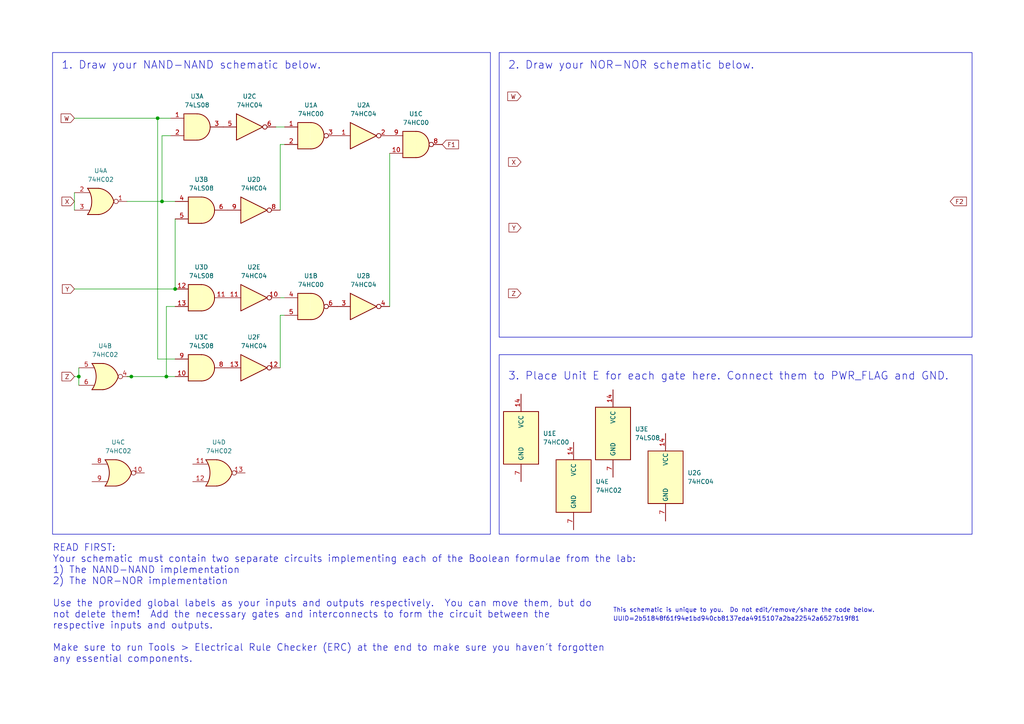
<source format=kicad_sch>
(kicad_sch (version 20250114) (generator "eeschema") (generator_version "9.0")
  (paper "A4")
  (title_block (title "ECE 270 Boolean Algebra Lab Schematic") (date "2024-01-20") (rev "Version 1"))
  (lib_symbols
    (symbol "74xx:74HC00" (pin_names (offset 1.016))
      (property "Reference" "U" (at 0 1.27 0))
      (property "Value" "74HC00" (at 0 -1.27 0))
      (symbol "74HC00_1_1"
        (arc (start 0 3.81) (mid 3.7934 0) (end 0 -3.81) (stroke (width 0.254)) (fill (type background)))
        (polyline (pts (xy 0 3.81) (xy -3.81 3.81) (xy -3.81 -3.81) (xy 0 -3.81)) (stroke (width 0.254)) (fill (type background)))
        (pin input line (at -7.62 2.54 0) (length 3.81) (name "~") (number "1"))
        (pin input line (at -7.62 -2.54 0) (length 3.81) (name "~") (number "2"))
        (pin output inverted (at 7.62 0 180) (length 3.81) (name "~") (number "3"))
      )
      (symbol "74HC00_1_2"
        (arc (start -3.81 3.81) (mid -2.589 0) (end -3.81 -3.81) (stroke (width 0.254)))
        (polyline (pts (xy -3.81 3.81) (xy -0.635 3.81)) (stroke (width 0.254)) (fill (type background)))
        (polyline (pts (xy -3.81 -3.81) (xy -0.635 -3.81)) (stroke (width 0.254)) (fill (type background)))
        (arc (start 3.81 0) (mid 2.1855 -2.584) (end -0.6096 -3.81) (stroke (width 0.254)) (fill (type background)))
        (arc (start -0.6096 3.81) (mid 2.1928 2.5924) (end 3.81 0) (stroke (width 0.254)) (fill (type background)))
        (polyline (pts (xy -0.635 3.81) (xy -3.81 3.81) (xy -3.81 3.81) (xy -3.556 3.4036) (xy -3.0226 2.2606) (xy -2.6924 1.0414) (xy -2.6162 -0.254) (xy -2.7686 -1.4986) (xy -3.175 -2.7178) (xy -3.81 -3.81) (xy -3.81 -3.81) (xy -0.635 -3.81)) (stroke (width -25.4)) (fill (type background)))
        (pin input inverted (at -7.62 2.54 0) (length 4.318) (name "~") (number "1"))
        (pin input inverted (at -7.62 -2.54 0) (length 4.318) (name "~") (number "2"))
        (pin output line (at 7.62 0 180) (length 3.81) (name "~") (number "3"))
      )
      (symbol "74HC00_2_1"
        (arc (start 0 3.81) (mid 3.7934 0) (end 0 -3.81) (stroke (width 0.254)) (fill (type background)))
        (polyline (pts (xy 0 3.81) (xy -3.81 3.81) (xy -3.81 -3.81) (xy 0 -3.81)) (stroke (width 0.254)) (fill (type background)))
        (pin input line (at -7.62 2.54 0) (length 3.81) (name "~") (number "4"))
        (pin input line (at -7.62 -2.54 0) (length 3.81) (name "~") (number "5"))
        (pin output inverted (at 7.62 0 180) (length 3.81) (name "~") (number "6"))
      )
      (symbol "74HC00_2_2"
        (arc (start -3.81 3.81) (mid -2.589 0) (end -3.81 -3.81) (stroke (width 0.254)))
        (polyline (pts (xy -3.81 3.81) (xy -0.635 3.81)) (stroke (width 0.254)) (fill (type background)))
        (polyline (pts (xy -3.81 -3.81) (xy -0.635 -3.81)) (stroke (width 0.254)) (fill (type background)))
        (arc (start 3.81 0) (mid 2.1855 -2.584) (end -0.6096 -3.81) (stroke (width 0.254)) (fill (type background)))
        (arc (start -0.6096 3.81) (mid 2.1928 2.5924) (end 3.81 0) (stroke (width 0.254)) (fill (type background)))
        (polyline (pts (xy -0.635 3.81) (xy -3.81 3.81) (xy -3.81 3.81) (xy -3.556 3.4036) (xy -3.0226 2.2606) (xy -2.6924 1.0414) (xy -2.6162 -0.254) (xy -2.7686 -1.4986) (xy -3.175 -2.7178) (xy -3.81 -3.81) (xy -3.81 -3.81) (xy -0.635 -3.81)) (stroke (width -25.4)) (fill (type background)))
        (pin input inverted (at -7.62 2.54 0) (length 4.318) (name "~") (number "4"))
        (pin input inverted (at -7.62 -2.54 0) (length 4.318) (name "~") (number "5"))
        (pin output line (at 7.62 0 180) (length 3.81) (name "~") (number "6"))
      )
      (symbol "74HC00_3_1"
        (arc (start 0 3.81) (mid 3.7934 0) (end 0 -3.81) (stroke (width 0.254)) (fill (type background)))
        (polyline (pts (xy 0 3.81) (xy -3.81 3.81) (xy -3.81 -3.81) (xy 0 -3.81)) (stroke (width 0.254)) (fill (type background)))
        (pin input line (at -7.62 2.54 0) (length 3.81) (name "~") (number "9"))
        (pin input line (at -7.62 -2.54 0) (length 3.81) (name "~") (number "10"))
        (pin output inverted (at 7.62 0 180) (length 3.81) (name "~") (number "8"))
      )
      (symbol "74HC00_3_2"
        (arc (start -3.81 3.81) (mid -2.589 0) (end -3.81 -3.81) (stroke (width 0.254)))
        (polyline (pts (xy -3.81 3.81) (xy -0.635 3.81)) (stroke (width 0.254)) (fill (type background)))
        (polyline (pts (xy -3.81 -3.81) (xy -0.635 -3.81)) (stroke (width 0.254)) (fill (type background)))
        (arc (start 3.81 0) (mid 2.1855 -2.584) (end -0.6096 -3.81) (stroke (width 0.254)) (fill (type background)))
        (arc (start -0.6096 3.81) (mid 2.1928 2.5924) (end 3.81 0) (stroke (width 0.254)) (fill (type background)))
        (polyline (pts (xy -0.635 3.81) (xy -3.81 3.81) (xy -3.81 3.81) (xy -3.556 3.4036) (xy -3.0226 2.2606) (xy -2.6924 1.0414) (xy -2.6162 -0.254) (xy -2.7686 -1.4986) (xy -3.175 -2.7178) (xy -3.81 -3.81) (xy -3.81 -3.81) (xy -0.635 -3.81)) (stroke (width -25.4)) (fill (type background)))
        (pin input inverted (at -7.62 2.54 0) (length 4.318) (name "~") (number "9"))
        (pin input inverted (at -7.62 -2.54 0) (length 4.318) (name "~") (number "10"))
        (pin output line (at 7.62 0 180) (length 3.81) (name "~") (number "8"))
      )
      (symbol "74HC00_4_1"
        (arc (start 0 3.81) (mid 3.7934 0) (end 0 -3.81) (stroke (width 0.254)) (fill (type background)))
        (polyline (pts (xy 0 3.81) (xy -3.81 3.81) (xy -3.81 -3.81) (xy 0 -3.81)) (stroke (width 0.254)) (fill (type background)))
        (pin input line (at -7.62 2.54 0) (length 3.81) (name "~") (number "12"))
        (pin input line (at -7.62 -2.54 0) (length 3.81) (name "~") (number "13"))
        (pin output inverted (at 7.62 0 180) (length 3.81) (name "~") (number "11"))
      )
      (symbol "74HC00_4_2"
        (arc (start -3.81 3.81) (mid -2.589 0) (end -3.81 -3.81) (stroke (width 0.254)))
        (polyline (pts (xy -3.81 3.81) (xy -0.635 3.81)) (stroke (width 0.254)) (fill (type background)))
        (polyline (pts (xy -3.81 -3.81) (xy -0.635 -3.81)) (stroke (width 0.254)) (fill (type background)))
        (arc (start 3.81 0) (mid 2.1855 -2.584) (end -0.6096 -3.81) (stroke (width 0.254)) (fill (type background)))
        (arc (start -0.6096 3.81) (mid 2.1928 2.5924) (end 3.81 0) (stroke (width 0.254)) (fill (type background)))
        (polyline (pts (xy -0.635 3.81) (xy -3.81 3.81) (xy -3.81 3.81) (xy -3.556 3.4036) (xy -3.0226 2.2606) (xy -2.6924 1.0414) (xy -2.6162 -0.254) (xy -2.7686 -1.4986) (xy -3.175 -2.7178) (xy -3.81 -3.81) (xy -3.81 -3.81) (xy -0.635 -3.81)) (stroke (width -25.4)) (fill (type background)))
        (pin input inverted (at -7.62 2.54 0) (length 4.318) (name "~") (number "12"))
        (pin input inverted (at -7.62 -2.54 0) (length 4.318) (name "~") (number "13"))
        (pin output line (at 7.62 0 180) (length 3.81) (name "~") (number "11"))
      )
      (symbol "74HC00_5_0"
        (pin power_in line (at 0 12.7 270) (length 5.08) (name "VCC") (number "14"))
        (pin power_in line (at 0 -12.7 90) (length 5.08) (name "GND") (number "7"))
      )
      (symbol "74HC00_5_1"
        (rectangle (start -5.08 7.62) (end 5.08 -7.62) (stroke (width 0.254)) (fill (type background)))
      )
    )
    (symbol "74xx:74HC02" (pin_names (offset 1.016))
      (property "Reference" "U" (at 0 1.27 0))
      (property "Value" "74HC02" (at 0 -1.27 0))
      (symbol "74HC02_1_1"
        (arc (start -3.81 3.81) (mid -2.589 0) (end -3.81 -3.81) (stroke (width 0.254)))
        (polyline (pts (xy -3.81 3.81) (xy -0.635 3.81)) (stroke (width 0.254)) (fill (type background)))
        (polyline (pts (xy -3.81 -3.81) (xy -0.635 -3.81)) (stroke (width 0.254)) (fill (type background)))
        (arc (start 3.81 0) (mid 2.1855 -2.584) (end -0.6096 -3.81) (stroke (width 0.254)) (fill (type background)))
        (arc (start -0.6096 3.81) (mid 2.1928 2.5924) (end 3.81 0) (stroke (width 0.254)) (fill (type background)))
        (polyline (pts (xy -0.635 3.81) (xy -3.81 3.81) (xy -3.81 3.81) (xy -3.556 3.4036) (xy -3.0226 2.2606) (xy -2.6924 1.0414) (xy -2.6162 -0.254) (xy -2.7686 -1.4986) (xy -3.175 -2.7178) (xy -3.81 -3.81) (xy -3.81 -3.81) (xy -0.635 -3.81)) (stroke (width -25.4)) (fill (type background)))
        (pin input line (at -7.62 2.54 0) (length 4.318) (name "~") (number "2"))
        (pin input line (at -7.62 -2.54 0) (length 4.318) (name "~") (number "3"))
        (pin output inverted (at 7.62 0 180) (length 3.81) (name "~") (number "1"))
      )
      (symbol "74HC02_1_2"
        (arc (start 0 3.81) (mid 3.7934 0) (end 0 -3.81) (stroke (width 0.254)) (fill (type background)))
        (polyline (pts (xy 0 3.81) (xy -3.81 3.81) (xy -3.81 -3.81) (xy 0 -3.81)) (stroke (width 0.254)) (fill (type background)))
        (pin input inverted (at -7.62 2.54 0) (length 3.81) (name "~") (number "2"))
        (pin input inverted (at -7.62 -2.54 0) (length 3.81) (name "~") (number "3"))
        (pin output line (at 7.62 0 180) (length 3.81) (name "~") (number "1"))
      )
      (symbol "74HC02_2_1"
        (arc (start -3.81 3.81) (mid -2.589 0) (end -3.81 -3.81) (stroke (width 0.254)))
        (polyline (pts (xy -3.81 3.81) (xy -0.635 3.81)) (stroke (width 0.254)) (fill (type background)))
        (polyline (pts (xy -3.81 -3.81) (xy -0.635 -3.81)) (stroke (width 0.254)) (fill (type background)))
        (arc (start 3.81 0) (mid 2.1855 -2.584) (end -0.6096 -3.81) (stroke (width 0.254)) (fill (type background)))
        (arc (start -0.6096 3.81) (mid 2.1928 2.5924) (end 3.81 0) (stroke (width 0.254)) (fill (type background)))
        (polyline (pts (xy -0.635 3.81) (xy -3.81 3.81) (xy -3.81 3.81) (xy -3.556 3.4036) (xy -3.0226 2.2606) (xy -2.6924 1.0414) (xy -2.6162 -0.254) (xy -2.7686 -1.4986) (xy -3.175 -2.7178) (xy -3.81 -3.81) (xy -3.81 -3.81) (xy -0.635 -3.81)) (stroke (width -25.4)) (fill (type background)))
        (pin input line (at -7.62 2.54 0) (length 4.318) (name "~") (number "5"))
        (pin input line (at -7.62 -2.54 0) (length 4.318) (name "~") (number "6"))
        (pin output inverted (at 7.62 0 180) (length 3.81) (name "~") (number "4"))
      )
      (symbol "74HC02_2_2"
        (arc (start 0 3.81) (mid 3.7934 0) (end 0 -3.81) (stroke (width 0.254)) (fill (type background)))
        (polyline (pts (xy 0 3.81) (xy -3.81 3.81) (xy -3.81 -3.81) (xy 0 -3.81)) (stroke (width 0.254)) (fill (type background)))
        (pin input inverted (at -7.62 2.54 0) (length 3.81) (name "~") (number "5"))
        (pin input inverted (at -7.62 -2.54 0) (length 3.81) (name "~") (number "6"))
        (pin output line (at 7.62 0 180) (length 3.81) (name "~") (number "4"))
      )
      (symbol "74HC02_3_1"
        (arc (start -3.81 3.81) (mid -2.589 0) (end -3.81 -3.81) (stroke (width 0.254)))
        (polyline (pts (xy -3.81 3.81) (xy -0.635 3.81)) (stroke (width 0.254)) (fill (type background)))
        (polyline (pts (xy -3.81 -3.81) (xy -0.635 -3.81)) (stroke (width 0.254)) (fill (type background)))
        (arc (start 3.81 0) (mid 2.1855 -2.584) (end -0.6096 -3.81) (stroke (width 0.254)) (fill (type background)))
        (arc (start -0.6096 3.81) (mid 2.1928 2.5924) (end 3.81 0) (stroke (width 0.254)) (fill (type background)))
        (polyline (pts (xy -0.635 3.81) (xy -3.81 3.81) (xy -3.81 3.81) (xy -3.556 3.4036) (xy -3.0226 2.2606) (xy -2.6924 1.0414) (xy -2.6162 -0.254) (xy -2.7686 -1.4986) (xy -3.175 -2.7178) (xy -3.81 -3.81) (xy -3.81 -3.81) (xy -0.635 -3.81)) (stroke (width -25.4)) (fill (type background)))
        (pin input line (at -7.62 2.54 0) (length 4.318) (name "~") (number "8"))
        (pin input line (at -7.62 -2.54 0) (length 4.318) (name "~") (number "9"))
        (pin output inverted (at 7.62 0 180) (length 3.81) (name "~") (number "10"))
      )
      (symbol "74HC02_3_2"
        (arc (start 0 3.81) (mid 3.7934 0) (end 0 -3.81) (stroke (width 0.254)) (fill (type background)))
        (polyline (pts (xy 0 3.81) (xy -3.81 3.81) (xy -3.81 -3.81) (xy 0 -3.81)) (stroke (width 0.254)) (fill (type background)))
        (pin input inverted (at -7.62 2.54 0) (length 3.81) (name "~") (number "8"))
        (pin input inverted (at -7.62 -2.54 0) (length 3.81) (name "~") (number "9"))
        (pin output line (at 7.62 0 180) (length 3.81) (name "~") (number "10"))
      )
      (symbol "74HC02_4_1"
        (arc (start -3.81 3.81) (mid -2.589 0) (end -3.81 -3.81) (stroke (width 0.254)))
        (polyline (pts (xy -3.81 3.81) (xy -0.635 3.81)) (stroke (width 0.254)) (fill (type background)))
        (polyline (pts (xy -3.81 -3.81) (xy -0.635 -3.81)) (stroke (width 0.254)) (fill (type background)))
        (arc (start 3.81 0) (mid 2.1855 -2.584) (end -0.6096 -3.81) (stroke (width 0.254)) (fill (type background)))
        (arc (start -0.6096 3.81) (mid 2.1928 2.5924) (end 3.81 0) (stroke (width 0.254)) (fill (type background)))
        (polyline (pts (xy -0.635 3.81) (xy -3.81 3.81) (xy -3.81 3.81) (xy -3.556 3.4036) (xy -3.0226 2.2606) (xy -2.6924 1.0414) (xy -2.6162 -0.254) (xy -2.7686 -1.4986) (xy -3.175 -2.7178) (xy -3.81 -3.81) (xy -3.81 -3.81) (xy -0.635 -3.81)) (stroke (width -25.4)) (fill (type background)))
        (pin input line (at -7.62 2.54 0) (length 4.318) (name "~") (number "11"))
        (pin input line (at -7.62 -2.54 0) (length 4.318) (name "~") (number "12"))
        (pin output inverted (at 7.62 0 180) (length 3.81) (name "~") (number "13"))
      )
      (symbol "74HC02_4_2"
        (arc (start 0 3.81) (mid 3.7934 0) (end 0 -3.81) (stroke (width 0.254)) (fill (type background)))
        (polyline (pts (xy 0 3.81) (xy -3.81 3.81) (xy -3.81 -3.81) (xy 0 -3.81)) (stroke (width 0.254)) (fill (type background)))
        (pin input inverted (at -7.62 2.54 0) (length 3.81) (name "~") (number "11"))
        (pin input inverted (at -7.62 -2.54 0) (length 3.81) (name "~") (number "12"))
        (pin output line (at 7.62 0 180) (length 3.81) (name "~") (number "13"))
      )
      (symbol "74HC02_5_0"
        (pin power_in line (at 0 12.7 270) (length 5.08) (name "VCC") (number "14"))
        (pin power_in line (at 0 -12.7 90) (length 5.08) (name "GND") (number "7"))
      )
      (symbol "74HC02_5_1"
        (rectangle (start -5.08 7.62) (end 5.08 -7.62) (stroke (width 0.254)) (fill (type background)))
      )
    )
    (symbol "74xx:74HC04"
      (property "Reference" "U" (at 0 1.27 0))
      (property "Value" "74HC04" (at 0 -1.27 0))
      (symbol "74HC04_1_0"
        (polyline (pts (xy -3.81 3.81) (xy -3.81 -3.81) (xy 3.81 0) (xy -3.81 3.81)) (stroke (width 0.254)) (fill (type background)))
        (pin input line (at -7.62 0 0) (length 3.81) (name "~") (number "1"))
        (pin output inverted (at 7.62 0 180) (length 3.81) (name "~") (number "2"))
      )
      (symbol "74HC04_2_0"
        (polyline (pts (xy -3.81 3.81) (xy -3.81 -3.81) (xy 3.81 0) (xy -3.81 3.81)) (stroke (width 0.254)) (fill (type background)))
        (pin input line (at -7.62 0 0) (length 3.81) (name "~") (number "3"))
        (pin output inverted (at 7.62 0 180) (length 3.81) (name "~") (number "4"))
      )
      (symbol "74HC04_3_0"
        (polyline (pts (xy -3.81 3.81) (xy -3.81 -3.81) (xy 3.81 0) (xy -3.81 3.81)) (stroke (width 0.254)) (fill (type background)))
        (pin input line (at -7.62 0 0) (length 3.81) (name "~") (number "5"))
        (pin output inverted (at 7.62 0 180) (length 3.81) (name "~") (number "6"))
      )
      (symbol "74HC04_4_0"
        (polyline (pts (xy -3.81 3.81) (xy -3.81 -3.81) (xy 3.81 0) (xy -3.81 3.81)) (stroke (width 0.254)) (fill (type background)))
        (pin input line (at -7.62 0 0) (length 3.81) (name "~") (number "9"))
        (pin output inverted (at 7.62 0 180) (length 3.81) (name "~") (number "8"))
      )
      (symbol "74HC04_5_0"
        (polyline (pts (xy -3.81 3.81) (xy -3.81 -3.81) (xy 3.81 0) (xy -3.81 3.81)) (stroke (width 0.254)) (fill (type background)))
        (pin input line (at -7.62 0 0) (length 3.81) (name "~") (number "11"))
        (pin output inverted (at 7.62 0 180) (length 3.81) (name "~") (number "10"))
      )
      (symbol "74HC04_6_0"
        (polyline (pts (xy -3.81 3.81) (xy -3.81 -3.81) (xy 3.81 0) (xy -3.81 3.81)) (stroke (width 0.254)) (fill (type background)))
        (pin input line (at -7.62 0 0) (length 3.81) (name "~") (number "13"))
        (pin output inverted (at 7.62 0 180) (length 3.81) (name "~") (number "12"))
      )
      (symbol "74HC04_7_0"
        (pin power_in line (at 0 12.7 270) (length 5.08) (name "VCC") (number "14"))
        (pin power_in line (at 0 -12.7 90) (length 5.08) (name "GND") (number "7"))
      )
      (symbol "74HC04_7_1"
        (rectangle (start -5.08 7.62) (end 5.08 -7.62) (stroke (width 0.254)) (fill (type background)))
      )
    )
    (symbol "74xx:74LS08" (pin_names (offset 1.016))
      (property "Reference" "U" (at 0 1.27 0))
      (property "Value" "74LS08" (at 0 -1.27 0))
      (symbol "74LS08_1_1"
        (arc (start 0 3.81) (mid 3.7934 0) (end 0 -3.81) (stroke (width 0.254)) (fill (type background)))
        (polyline (pts (xy 0 3.81) (xy -3.81 3.81) (xy -3.81 -3.81) (xy 0 -3.81)) (stroke (width 0.254)) (fill (type background)))
        (pin input line (at -7.62 2.54 0) (length 3.81) (name "~") (number "1"))
        (pin input line (at -7.62 -2.54 0) (length 3.81) (name "~") (number "2"))
        (pin output line (at 7.62 0 180) (length 3.81) (name "~") (number "3"))
      )
      (symbol "74LS08_1_2"
        (arc (start -3.81 3.81) (mid -2.589 0) (end -3.81 -3.81) (stroke (width 0.254)))
        (polyline (pts (xy -3.81 3.81) (xy -0.635 3.81)) (stroke (width 0.254)) (fill (type background)))
        (polyline (pts (xy -3.81 -3.81) (xy -0.635 -3.81)) (stroke (width 0.254)) (fill (type background)))
        (arc (start 3.81 0) (mid 2.1855 -2.584) (end -0.6096 -3.81) (stroke (width 0.254)) (fill (type background)))
        (arc (start -0.6096 3.81) (mid 2.1928 2.5924) (end 3.81 0) (stroke (width 0.254)) (fill (type background)))
        (polyline (pts (xy -0.635 3.81) (xy -3.81 3.81) (xy -3.81 3.81) (xy -3.556 3.4036) (xy -3.0226 2.2606) (xy -2.6924 1.0414) (xy -2.6162 -0.254) (xy -2.7686 -1.4986) (xy -3.175 -2.7178) (xy -3.81 -3.81) (xy -3.81 -3.81) (xy -0.635 -3.81)) (stroke (width -25.4)) (fill (type background)))
        (pin input inverted (at -7.62 2.54 0) (length 4.318) (name "~") (number "1"))
        (pin input inverted (at -7.62 -2.54 0) (length 4.318) (name "~") (number "2"))
        (pin output inverted (at 7.62 0 180) (length 3.81) (name "~") (number "3"))
      )
      (symbol "74LS08_2_1"
        (arc (start 0 3.81) (mid 3.7934 0) (end 0 -3.81) (stroke (width 0.254)) (fill (type background)))
        (polyline (pts (xy 0 3.81) (xy -3.81 3.81) (xy -3.81 -3.81) (xy 0 -3.81)) (stroke (width 0.254)) (fill (type background)))
        (pin input line (at -7.62 2.54 0) (length 3.81) (name "~") (number "4"))
        (pin input line (at -7.62 -2.54 0) (length 3.81) (name "~") (number "5"))
        (pin output line (at 7.62 0 180) (length 3.81) (name "~") (number "6"))
      )
      (symbol "74LS08_2_2"
        (arc (start -3.81 3.81) (mid -2.589 0) (end -3.81 -3.81) (stroke (width 0.254)))
        (polyline (pts (xy -3.81 3.81) (xy -0.635 3.81)) (stroke (width 0.254)) (fill (type background)))
        (polyline (pts (xy -3.81 -3.81) (xy -0.635 -3.81)) (stroke (width 0.254)) (fill (type background)))
        (arc (start 3.81 0) (mid 2.1855 -2.584) (end -0.6096 -3.81) (stroke (width 0.254)) (fill (type background)))
        (arc (start -0.6096 3.81) (mid 2.1928 2.5924) (end 3.81 0) (stroke (width 0.254)) (fill (type background)))
        (polyline (pts (xy -0.635 3.81) (xy -3.81 3.81) (xy -3.81 3.81) (xy -3.556 3.4036) (xy -3.0226 2.2606) (xy -2.6924 1.0414) (xy -2.6162 -0.254) (xy -2.7686 -1.4986) (xy -3.175 -2.7178) (xy -3.81 -3.81) (xy -3.81 -3.81) (xy -0.635 -3.81)) (stroke (width -25.4)) (fill (type background)))
        (pin input inverted (at -7.62 2.54 0) (length 4.318) (name "~") (number "4"))
        (pin input inverted (at -7.62 -2.54 0) (length 4.318) (name "~") (number "5"))
        (pin output inverted (at 7.62 0 180) (length 3.81) (name "~") (number "6"))
      )
      (symbol "74LS08_3_1"
        (arc (start 0 3.81) (mid 3.7934 0) (end 0 -3.81) (stroke (width 0.254)) (fill (type background)))
        (polyline (pts (xy 0 3.81) (xy -3.81 3.81) (xy -3.81 -3.81) (xy 0 -3.81)) (stroke (width 0.254)) (fill (type background)))
        (pin input line (at -7.62 2.54 0) (length 3.81) (name "~") (number "9"))
        (pin input line (at -7.62 -2.54 0) (length 3.81) (name "~") (number "10"))
        (pin output line (at 7.62 0 180) (length 3.81) (name "~") (number "8"))
      )
      (symbol "74LS08_3_2"
        (arc (start -3.81 3.81) (mid -2.589 0) (end -3.81 -3.81) (stroke (width 0.254)))
        (polyline (pts (xy -3.81 3.81) (xy -0.635 3.81)) (stroke (width 0.254)) (fill (type background)))
        (polyline (pts (xy -3.81 -3.81) (xy -0.635 -3.81)) (stroke (width 0.254)) (fill (type background)))
        (arc (start 3.81 0) (mid 2.1855 -2.584) (end -0.6096 -3.81) (stroke (width 0.254)) (fill (type background)))
        (arc (start -0.6096 3.81) (mid 2.1928 2.5924) (end 3.81 0) (stroke (width 0.254)) (fill (type background)))
        (polyline (pts (xy -0.635 3.81) (xy -3.81 3.81) (xy -3.81 3.81) (xy -3.556 3.4036) (xy -3.0226 2.2606) (xy -2.6924 1.0414) (xy -2.6162 -0.254) (xy -2.7686 -1.4986) (xy -3.175 -2.7178) (xy -3.81 -3.81) (xy -3.81 -3.81) (xy -0.635 -3.81)) (stroke (width -25.4)) (fill (type background)))
        (pin input inverted (at -7.62 2.54 0) (length 4.318) (name "~") (number "9"))
        (pin input inverted (at -7.62 -2.54 0) (length 4.318) (name "~") (number "10"))
        (pin output inverted (at 7.62 0 180) (length 3.81) (name "~") (number "8"))
      )
      (symbol "74LS08_4_1"
        (arc (start 0 3.81) (mid 3.7934 0) (end 0 -3.81) (stroke (width 0.254)) (fill (type background)))
        (polyline (pts (xy 0 3.81) (xy -3.81 3.81) (xy -3.81 -3.81) (xy 0 -3.81)) (stroke (width 0.254)) (fill (type background)))
        (pin input line (at -7.62 2.54 0) (length 3.81) (name "~") (number "12"))
        (pin input line (at -7.62 -2.54 0) (length 3.81) (name "~") (number "13"))
        (pin output line (at 7.62 0 180) (length 3.81) (name "~") (number "11"))
      )
      (symbol "74LS08_4_2"
        (arc (start -3.81 3.81) (mid -2.589 0) (end -3.81 -3.81) (stroke (width 0.254)))
        (polyline (pts (xy -3.81 3.81) (xy -0.635 3.81)) (stroke (width 0.254)) (fill (type background)))
        (polyline (pts (xy -3.81 -3.81) (xy -0.635 -3.81)) (stroke (width 0.254)) (fill (type background)))
        (arc (start 3.81 0) (mid 2.1855 -2.584) (end -0.6096 -3.81) (stroke (width 0.254)) (fill (type background)))
        (arc (start -0.6096 3.81) (mid 2.1928 2.5924) (end 3.81 0) (stroke (width 0.254)) (fill (type background)))
        (polyline (pts (xy -0.635 3.81) (xy -3.81 3.81) (xy -3.81 3.81) (xy -3.556 3.4036) (xy -3.0226 2.2606) (xy -2.6924 1.0414) (xy -2.6162 -0.254) (xy -2.7686 -1.4986) (xy -3.175 -2.7178) (xy -3.81 -3.81) (xy -3.81 -3.81) (xy -0.635 -3.81)) (stroke (width -25.4)) (fill (type background)))
        (pin input inverted (at -7.62 2.54 0) (length 4.318) (name "~") (number "12"))
        (pin input inverted (at -7.62 -2.54 0) (length 4.318) (name "~") (number "13"))
        (pin output inverted (at 7.62 0 180) (length 3.81) (name "~") (number "11"))
      )
      (symbol "74LS08_5_0"
        (pin power_in line (at 0 12.7 270) (length 5.08) (name "VCC") (number "14"))
        (pin power_in line (at 0 -12.7 90) (length 5.08) (name "GND") (number "7"))
      )
      (symbol "74LS08_5_1"
        (rectangle (start -5.08 7.62) (end 5.08 -7.62) (stroke (width 0.254)) (fill (type background)))
      )
    )
  )
  (rectangle (start 15.24 15.24) (end 142.24 154.94))
  (rectangle (start 144.78 102.87) (end 281.94 154.94))
  (rectangle (start 144.78 15.24) (end 281.94 97.79))
  (text "2. Draw your NOR-NOR schematic below." (at 147.32 20.32 0) (effects (font (size 2.25 2.25)) (justify left bottom)))
  (text "This schematic is unique to you.  Do not edit/remove/share the code below." (at 177.8 177.8 0) (effects (font (size 1.27 1.27)) (justify left bottom)))
  (text "1. Draw your NAND-NAND schematic below." (at 17.78 20.32 0) (effects (font (size 2.25 2.25)) (justify left bottom)))
  (text "UUID=2b51848f61f94e1bd940cb8137eda4915107a2ba22542a6527b19f81\n" (at 177.8 180.34 0) (effects (font (size 1.27 1.27)) (justify left bottom)))
  (text "3. Place Unit E for each gate here. Connect them to PWR_FLAG and GND." (at 147.32 110.49 0) (effects (font (size 2.25 2.25)) (justify left bottom)))
  (text "READ FIRST:\nYour schematic must contain two separate circuits implementing each of the Boolean formulae from the lab: \n1) The NAND-NAND implementation\n2) The NOR-NOR implementation\n\nUse the provided global labels as your inputs and outputs respectively.  You can move them, but do \nnot delete them!  Add the necessary gates and interconnects to form the circuit between the \nrespective inputs and outputs.\n\nMake sure to run Tools > Electrical Rule Checker (ERC) at the end to make sure you haven't forgotten \nany essential components.\n\n" (at 15.24 195.58 0) (effects (font (size 2 2)) (justify left bottom)))
  (junction (at 38.1 109.22))
  (junction (at 22.86 109.22))
  (junction (at 46.99 58.42))
  (junction (at 48.26 109.22))
  (junction (at 50.8 83.82))
  (junction (at 45.72 34.29))
  (wire (pts (xy 82.55 36.83) (xy 80.01 36.83)))
  (wire (pts (xy 113.03 44.45) (xy 113.03 88.9)))
  (wire (pts (xy 50.8 63.5) (xy 50.8 83.82)))
  (wire (pts (xy 38.1 109.22) (xy 48.26 109.22)))
  (wire (pts (xy 81.28 106.68) (xy 81.28 91.44)))
  (wire (pts (xy 21.59 55.88) (xy 21.59 60.96)))
  (wire (pts (xy 81.28 60.96) (xy 81.28 41.91)))
  (wire (pts (xy 45.72 34.29) (xy 49.53 34.29)))
  (wire (pts (xy 45.72 104.14) (xy 50.8 104.14)))
  (wire (pts (xy 45.72 34.29) (xy 45.72 104.14)))
  (wire (pts (xy 22.86 106.68) (xy 22.86 109.22)))
  (wire (pts (xy 46.99 58.42) (xy 36.83 58.42)))
  (wire (pts (xy 46.99 58.42) (xy 50.8 58.42)))
  (wire (pts (xy 21.59 34.29) (xy 45.72 34.29)))
  (wire (pts (xy 50.8 83.82) (xy 21.59 83.82)))
  (wire (pts (xy 81.28 41.91) (xy 82.55 41.91)))
  (wire (pts (xy 36.83 109.22) (xy 38.1 109.22)))
  (wire (pts (xy 48.26 109.22) (xy 50.8 109.22)))
  (wire (pts (xy 46.99 39.37) (xy 46.99 58.42)))
  (wire (pts (xy 48.26 109.22) (xy 48.26 88.9)))
  (wire (pts (xy 22.86 109.22) (xy 22.86 111.76)))
  (wire (pts (xy 81.28 91.44) (xy 82.55 91.44)))
  (wire (pts (xy 21.59 109.22) (xy 22.86 109.22)))
  (wire (pts (xy 48.26 88.9) (xy 50.8 88.9)))
  (wire (pts (xy 81.28 86.36) (xy 82.55 86.36)))
  (wire (pts (xy 49.53 39.37) (xy 46.99 39.37)))
  (global_label "X" (shape input) (at 151.13 46.99 180) (property "Intersheetrefs" "${INTERSHEET_REFS}" (effects (hide yes))))
  (global_label "F1" (shape input) (at 128.27 41.91 0) (property "Intersheetrefs" "${INTERSHEET_REFS}" (effects (hide yes))))
  (global_label "W" (shape input) (at 21.59 34.29 180) (property "Intersheetrefs" "${INTERSHEET_REFS}" (effects (hide yes))))
  (global_label "Z" (shape input) (at 21.59 109.22 180) (property "Intersheetrefs" "${INTERSHEET_REFS}" (effects (hide yes))))
  (global_label "Y" (shape input) (at 21.59 83.82 180) (property "Intersheetrefs" "${INTERSHEET_REFS}" (effects (hide yes))))
  (global_label "F2" (shape input) (at 275.59 58.42 0) (property "Intersheetrefs" "${INTERSHEET_REFS}" (effects (hide yes))))
  (global_label "Y" (shape input) (at 151.13 66.04 180) (property "Intersheetrefs" "${INTERSHEET_REFS}" (effects (hide yes))))
  (global_label "W" (shape input) (at 151.13 27.94 180) (property "Intersheetrefs" "${INTERSHEET_REFS}" (effects (hide yes))))
  (global_label "Z" (shape input) (at 151.13 85.09 180) (property "Intersheetrefs" "${INTERSHEET_REFS}" (effects (hide yes))))
  (global_label "X" (shape input) (at 21.59 58.42 180) (property "Intersheetrefs" "${INTERSHEET_REFS}" (effects (hide yes))))
  (symbol (lib_id "74xx:74HC02") (at 166.37 140.97 0) (unit 5)
    (property "Reference" "U4" (at 172.72 139.6999 0) (effects (justify left)))
    (property "Value" "74HC02" (at 172.72 142.2399 0) (effects (justify left)))
    (property "Datasheet" "http://www.ti.com/lit/gpn/sn74hc02" (effects (hide yes)))
    (property "Description" "quad 2-input NOR gate" (effects (hide yes)))
  )
  (symbol (lib_id "74xx:74HC00") (at 90.17 39.37 0) (unit 1)
    (property "Reference" "U1" (at 90.1617 30.48 0))
    (property "Value" "74HC00" (at 90.1617 33.02 0))
    (property "Datasheet" "http://www.ti.com/lit/gpn/sn74hc00" (effects (hide yes)))
    (property "Description" "quad 2-input NAND gate" (effects (hide yes)))
  )
  (symbol (lib_id "74xx:74HC02") (at 29.21 58.42 0) (unit 1)
    (property "Reference" "U4" (at 29.21 49.53 0))
    (property "Value" "74HC02" (at 29.21 52.07 0))
    (property "Datasheet" "http://www.ti.com/lit/gpn/sn74hc02" (effects (hide yes)))
    (property "Description" "quad 2-input NOR gate" (effects (hide yes)))
  )
  (symbol (lib_id "74xx:74HC04") (at 193.04 138.43 0) (unit 7)
    (property "Reference" "U2" (at 199.39 137.1599 0) (effects (justify left)))
    (property "Value" "74HC04" (at 199.39 139.6999 0) (effects (justify left)))
    (property "Datasheet" "https://assets.nexperia.com/documents/data-sheet/74HC_HCT04.pdf" (effects (hide yes)))
    (property "Description" "Hex Inverter" (effects (hide yes)))
  )
  (symbol (lib_id "74xx:74HC04") (at 105.41 88.9 0) (unit 2)
    (property "Reference" "U2" (at 105.41 80.01 0))
    (property "Value" "74HC04" (at 105.41 82.55 0))
    (property "Datasheet" "https://assets.nexperia.com/documents/data-sheet/74HC_HCT04.pdf" (effects (hide yes)))
    (property "Description" "Hex Inverter" (effects (hide yes)))
  )
  (symbol (lib_id "74xx:74HC00") (at 120.65 41.91 0) (unit 3)
    (property "Reference" "U1" (at 120.6417 33.02 0))
    (property "Value" "74HC00" (at 120.6417 35.56 0))
    (property "Datasheet" "http://www.ti.com/lit/gpn/sn74hc00" (effects (hide yes)))
    (property "Description" "quad 2-input NAND gate" (effects (hide yes)))
  )
  (symbol (lib_id "74xx:74HC04") (at 73.66 86.36 0) (unit 5)
    (property "Reference" "U2" (at 73.66 77.47 0))
    (property "Value" "74HC04" (at 73.66 80.01 0))
    (property "Datasheet" "https://assets.nexperia.com/documents/data-sheet/74HC_HCT04.pdf" (effects (hide yes)))
    (property "Description" "Hex Inverter" (effects (hide yes)))
  )
  (symbol (lib_id "74xx:74LS08") (at 58.42 106.68 0) (unit 3)
    (property "Reference" "U3" (at 58.4117 97.79 0))
    (property "Value" "74LS08" (at 58.4117 100.33 0))
    (property "Datasheet" "http://www.ti.com/lit/gpn/sn74LS08" (effects (hide yes)))
    (property "Description" "Quad And2" (effects (hide yes)))
  )
  (symbol (lib_id "74xx:74LS08") (at 177.8 125.73 0) (unit 5)
    (property "Reference" "U3" (at 184.15 124.4599 0) (effects (justify left)))
    (property "Value" "74LS08" (at 184.15 126.9999 0) (effects (justify left)))
    (property "Datasheet" "http://www.ti.com/lit/gpn/sn74LS08" (effects (hide yes)))
    (property "Description" "Quad And2" (effects (hide yes)))
  )
  (symbol (lib_id "74xx:74HC04") (at 72.39 36.83 0) (unit 3)
    (property "Reference" "U2" (at 72.39 27.94 0))
    (property "Value" "74HC04" (at 72.39 30.48 0))
    (property "Datasheet" "https://assets.nexperia.com/documents/data-sheet/74HC_HCT04.pdf" (effects (hide yes)))
    (property "Description" "Hex Inverter" (effects (hide yes)))
  )
  (symbol (lib_id "74xx:74HC04") (at 73.66 106.68 0) (unit 6)
    (property "Reference" "U2" (at 73.66 97.79 0))
    (property "Value" "74HC04" (at 73.66 100.33 0))
    (property "Datasheet" "https://assets.nexperia.com/documents/data-sheet/74HC_HCT04.pdf" (effects (hide yes)))
    (property "Description" "Hex Inverter" (effects (hide yes)))
  )
  (symbol (lib_id "74xx:74LS08") (at 58.42 60.96 0) (unit 2)
    (property "Reference" "U3" (at 58.4117 52.07 0))
    (property "Value" "74LS08" (at 58.4117 54.61 0))
    (property "Datasheet" "http://www.ti.com/lit/gpn/sn74LS08" (effects (hide yes)))
    (property "Description" "Quad And2" (effects (hide yes)))
  )
  (symbol (lib_id "74xx:74HC04") (at 73.66 60.96 0) (unit 4)
    (property "Reference" "U2" (at 73.66 52.07 0))
    (property "Value" "74HC04" (at 73.66 54.61 0))
    (property "Datasheet" "https://assets.nexperia.com/documents/data-sheet/74HC_HCT04.pdf" (effects (hide yes)))
    (property "Description" "Hex Inverter" (effects (hide yes)))
  )
  (symbol (lib_id "74xx:74HC04") (at 105.41 39.37 0) (unit 1)
    (property "Reference" "U2" (at 105.41 30.48 0))
    (property "Value" "74HC04" (at 105.41 33.02 0))
    (property "Datasheet" "https://assets.nexperia.com/documents/data-sheet/74HC_HCT04.pdf" (effects (hide yes)))
    (property "Description" "Hex Inverter" (effects (hide yes)))
  )
  (symbol (lib_id "74xx:74HC00") (at 151.13 127 0) (unit 5)
    (property "Reference" "U1" (at 157.48 125.7299 0) (effects (justify left)))
    (property "Value" "74HC00" (at 157.48 128.2699 0) (effects (justify left)))
    (property "Datasheet" "http://www.ti.com/lit/gpn/sn74hc00" (effects (hide yes)))
    (property "Description" "quad 2-input NAND gate" (effects (hide yes)))
  )
  (symbol (lib_id "74xx:74LS08") (at 57.15 36.83 0) (unit 1)
    (property "Reference" "U3" (at 57.1417 27.94 0))
    (property "Value" "74LS08" (at 57.1417 30.48 0))
    (property "Datasheet" "http://www.ti.com/lit/gpn/sn74LS08" (effects (hide yes)))
    (property "Description" "Quad And2" (effects (hide yes)))
  )
  (symbol (lib_id "74xx:74HC02") (at 30.48 109.22 0) (unit 2)
    (property "Reference" "U4" (at 30.48 100.33 0))
    (property "Value" "74HC02" (at 30.48 102.87 0))
    (property "Datasheet" "http://www.ti.com/lit/gpn/sn74hc02" (effects (hide yes)))
    (property "Description" "quad 2-input NOR gate" (effects (hide yes)))
  )
  (symbol (lib_id "74xx:74HC02") (at 34.29 137.16 0) (unit 3)
    (property "Reference" "U4" (at 34.29 128.27 0))
    (property "Value" "74HC02" (at 34.29 130.81 0))
    (property "Datasheet" "http://www.ti.com/lit/gpn/sn74hc02" (effects (hide yes)))
    (property "Description" "quad 2-input NOR gate" (effects (hide yes)))
  )
  (symbol (lib_id "74xx:74HC00") (at 90.17 88.9 0) (unit 2)
    (property "Reference" "U1" (at 90.1617 80.01 0))
    (property "Value" "74HC00" (at 90.1617 82.55 0))
    (property "Datasheet" "http://www.ti.com/lit/gpn/sn74hc00" (effects (hide yes)))
    (property "Description" "quad 2-input NAND gate" (effects (hide yes)))
  )
  (symbol (lib_id "74xx:74LS08") (at 58.42 86.36 0) (unit 4)
    (property "Reference" "U3" (at 58.4117 77.47 0))
    (property "Value" "74LS08" (at 58.4117 80.01 0))
    (property "Datasheet" "http://www.ti.com/lit/gpn/sn74LS08" (effects (hide yes)))
    (property "Description" "Quad And2" (effects (hide yes)))
  )
  (symbol (lib_id "74xx:74HC02") (at 63.5 137.16 0) (unit 4)
    (property "Reference" "U4" (at 63.5 128.27 0))
    (property "Value" "74HC02" (at 63.5 130.81 0))
    (property "Datasheet" "http://www.ti.com/lit/gpn/sn74hc02" (effects (hide yes)))
    (property "Description" "quad 2-input NOR gate" (effects (hide yes)))
  )
)
</source>
